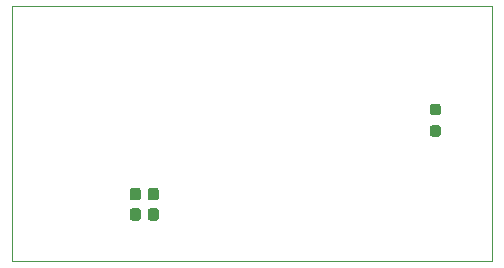
<source format=gbr>
%TF.GenerationSoftware,KiCad,Pcbnew,(5.1.8)-1*%
%TF.CreationDate,2021-01-01T00:53:38+08:00*%
%TF.ProjectId,MCP2517FD-Breakout,4d435032-3531-4374-9644-2d427265616b,rev?*%
%TF.SameCoordinates,Original*%
%TF.FileFunction,Paste,Bot*%
%TF.FilePolarity,Positive*%
%FSLAX46Y46*%
G04 Gerber Fmt 4.6, Leading zero omitted, Abs format (unit mm)*
G04 Created by KiCad (PCBNEW (5.1.8)-1) date 2021-01-01 00:53:38*
%MOMM*%
%LPD*%
G01*
G04 APERTURE LIST*
%TA.AperFunction,Profile*%
%ADD10C,0.050000*%
%TD*%
G04 APERTURE END LIST*
D10*
X157480000Y-86360000D02*
X157480000Y-107950000D01*
X119888000Y-86360000D02*
X116840000Y-86360000D01*
X157480000Y-86360000D02*
X119888000Y-86360000D01*
X126746000Y-107950000D02*
X157480000Y-107950000D01*
X116840000Y-107950000D02*
X126746000Y-107950000D01*
X116840000Y-86360000D02*
X116840000Y-107950000D01*
%TO.C,R2*%
G36*
G01*
X152416500Y-96437000D02*
X152891500Y-96437000D01*
G75*
G02*
X153129000Y-96674500I0J-237500D01*
G01*
X153129000Y-97174500D01*
G75*
G02*
X152891500Y-97412000I-237500J0D01*
G01*
X152416500Y-97412000D01*
G75*
G02*
X152179000Y-97174500I0J237500D01*
G01*
X152179000Y-96674500D01*
G75*
G02*
X152416500Y-96437000I237500J0D01*
G01*
G37*
G36*
G01*
X152416500Y-94612000D02*
X152891500Y-94612000D01*
G75*
G02*
X153129000Y-94849500I0J-237500D01*
G01*
X153129000Y-95349500D01*
G75*
G02*
X152891500Y-95587000I-237500J0D01*
G01*
X152416500Y-95587000D01*
G75*
G02*
X152179000Y-95349500I0J237500D01*
G01*
X152179000Y-94849500D01*
G75*
G02*
X152416500Y-94612000I237500J0D01*
G01*
G37*
%TD*%
%TO.C,C3*%
G36*
G01*
X128540500Y-103449000D02*
X129015500Y-103449000D01*
G75*
G02*
X129253000Y-103686500I0J-237500D01*
G01*
X129253000Y-104286500D01*
G75*
G02*
X129015500Y-104524000I-237500J0D01*
G01*
X128540500Y-104524000D01*
G75*
G02*
X128303000Y-104286500I0J237500D01*
G01*
X128303000Y-103686500D01*
G75*
G02*
X128540500Y-103449000I237500J0D01*
G01*
G37*
G36*
G01*
X128540500Y-101724000D02*
X129015500Y-101724000D01*
G75*
G02*
X129253000Y-101961500I0J-237500D01*
G01*
X129253000Y-102561500D01*
G75*
G02*
X129015500Y-102799000I-237500J0D01*
G01*
X128540500Y-102799000D01*
G75*
G02*
X128303000Y-102561500I0J237500D01*
G01*
X128303000Y-101961500D01*
G75*
G02*
X128540500Y-101724000I237500J0D01*
G01*
G37*
%TD*%
%TO.C,C2*%
G36*
G01*
X127016500Y-103449000D02*
X127491500Y-103449000D01*
G75*
G02*
X127729000Y-103686500I0J-237500D01*
G01*
X127729000Y-104286500D01*
G75*
G02*
X127491500Y-104524000I-237500J0D01*
G01*
X127016500Y-104524000D01*
G75*
G02*
X126779000Y-104286500I0J237500D01*
G01*
X126779000Y-103686500D01*
G75*
G02*
X127016500Y-103449000I237500J0D01*
G01*
G37*
G36*
G01*
X127016500Y-101724000D02*
X127491500Y-101724000D01*
G75*
G02*
X127729000Y-101961500I0J-237500D01*
G01*
X127729000Y-102561500D01*
G75*
G02*
X127491500Y-102799000I-237500J0D01*
G01*
X127016500Y-102799000D01*
G75*
G02*
X126779000Y-102561500I0J237500D01*
G01*
X126779000Y-101961500D01*
G75*
G02*
X127016500Y-101724000I237500J0D01*
G01*
G37*
%TD*%
M02*

</source>
